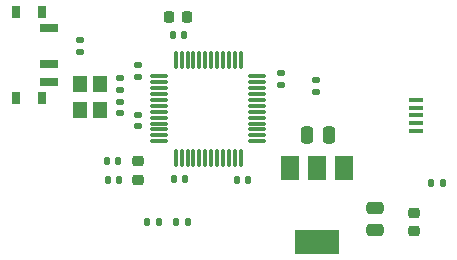
<source format=gbr>
%TF.GenerationSoftware,KiCad,Pcbnew,7.0.7*%
%TF.CreationDate,2025-08-05T19:35:54-07:00*%
%TF.ProjectId,stm32,73746d33-322e-46b6-9963-61645f706362,rev?*%
%TF.SameCoordinates,Original*%
%TF.FileFunction,Paste,Top*%
%TF.FilePolarity,Positive*%
%FSLAX46Y46*%
G04 Gerber Fmt 4.6, Leading zero omitted, Abs format (unit mm)*
G04 Created by KiCad (PCBNEW 7.0.7) date 2025-08-05 19:35:54*
%MOMM*%
%LPD*%
G01*
G04 APERTURE LIST*
G04 Aperture macros list*
%AMRoundRect*
0 Rectangle with rounded corners*
0 $1 Rounding radius*
0 $2 $3 $4 $5 $6 $7 $8 $9 X,Y pos of 4 corners*
0 Add a 4 corners polygon primitive as box body*
4,1,4,$2,$3,$4,$5,$6,$7,$8,$9,$2,$3,0*
0 Add four circle primitives for the rounded corners*
1,1,$1+$1,$2,$3*
1,1,$1+$1,$4,$5*
1,1,$1+$1,$6,$7*
1,1,$1+$1,$8,$9*
0 Add four rect primitives between the rounded corners*
20,1,$1+$1,$2,$3,$4,$5,0*
20,1,$1+$1,$4,$5,$6,$7,0*
20,1,$1+$1,$6,$7,$8,$9,0*
20,1,$1+$1,$8,$9,$2,$3,0*%
G04 Aperture macros list end*
%ADD10RoundRect,0.140000X0.170000X-0.140000X0.170000X0.140000X-0.170000X0.140000X-0.170000X-0.140000X0*%
%ADD11R,0.800000X1.000000*%
%ADD12R,1.500000X0.700000*%
%ADD13RoundRect,0.218750X-0.256250X0.218750X-0.256250X-0.218750X0.256250X-0.218750X0.256250X0.218750X0*%
%ADD14RoundRect,0.135000X0.185000X-0.135000X0.185000X0.135000X-0.185000X0.135000X-0.185000X-0.135000X0*%
%ADD15RoundRect,0.140000X0.140000X0.170000X-0.140000X0.170000X-0.140000X-0.170000X0.140000X-0.170000X0*%
%ADD16RoundRect,0.135000X-0.135000X-0.185000X0.135000X-0.185000X0.135000X0.185000X-0.135000X0.185000X0*%
%ADD17RoundRect,0.250000X0.475000X-0.250000X0.475000X0.250000X-0.475000X0.250000X-0.475000X-0.250000X0*%
%ADD18R,1.300000X0.450000*%
%ADD19R,1.200000X1.400000*%
%ADD20RoundRect,0.250000X-0.250000X-0.475000X0.250000X-0.475000X0.250000X0.475000X-0.250000X0.475000X0*%
%ADD21RoundRect,0.135000X-0.185000X0.135000X-0.185000X-0.135000X0.185000X-0.135000X0.185000X0.135000X0*%
%ADD22RoundRect,0.140000X-0.140000X-0.170000X0.140000X-0.170000X0.140000X0.170000X-0.140000X0.170000X0*%
%ADD23R,1.500000X2.000000*%
%ADD24R,3.800000X2.000000*%
%ADD25RoundRect,0.075000X-0.662500X-0.075000X0.662500X-0.075000X0.662500X0.075000X-0.662500X0.075000X0*%
%ADD26RoundRect,0.075000X-0.075000X-0.662500X0.075000X-0.662500X0.075000X0.662500X-0.075000X0.662500X0*%
%ADD27RoundRect,0.225000X-0.225000X-0.250000X0.225000X-0.250000X0.225000X0.250000X-0.225000X0.250000X0*%
%ADD28RoundRect,0.140000X-0.170000X0.140000X-0.170000X-0.140000X0.170000X-0.140000X0.170000X0.140000X0*%
%ADD29RoundRect,0.135000X0.135000X0.185000X-0.135000X0.185000X-0.135000X-0.185000X0.135000X-0.185000X0*%
G04 APERTURE END LIST*
D10*
%TO.C,C6*%
X132849885Y-72252916D03*
X132849885Y-71292916D03*
%TD*%
D11*
%TO.C,SW1*%
X124699000Y-62562828D03*
X122489000Y-62562828D03*
X124699000Y-69862828D03*
X122489000Y-69862828D03*
D12*
X125349000Y-63962828D03*
X125349000Y-66962828D03*
X125349000Y-68462828D03*
%TD*%
D13*
%TO.C,FB1*%
X132877746Y-75199521D03*
X132877746Y-76774521D03*
%TD*%
D14*
%TO.C,R1*%
X127927254Y-65993647D03*
X127927254Y-64973647D03*
%TD*%
D13*
%TO.C,D1*%
X156198816Y-79583644D03*
X156198816Y-81158644D03*
%TD*%
D15*
%TO.C,C7*%
X131177594Y-75199521D03*
X130217594Y-75199521D03*
%TD*%
%TO.C,C3*%
X142185459Y-76787139D03*
X141225459Y-76787139D03*
%TD*%
D16*
%TO.C,R5*%
X136066077Y-80341650D03*
X137086077Y-80341650D03*
%TD*%
D17*
%TO.C,C13*%
X152953255Y-81037210D03*
X152953255Y-79137210D03*
%TD*%
D10*
%TO.C,C11*%
X131342197Y-71132185D03*
X131342197Y-70172185D03*
%TD*%
D18*
%TO.C,J1*%
X156349000Y-72620000D03*
X156349000Y-71970000D03*
X156349000Y-71320000D03*
X156349000Y-70670000D03*
X156349000Y-70020000D03*
%TD*%
D10*
%TO.C,C4*%
X132851103Y-68047977D03*
X132851103Y-67087977D03*
%TD*%
D15*
%TO.C,C8*%
X131228295Y-76821960D03*
X130268295Y-76821960D03*
%TD*%
D19*
%TO.C,Y1*%
X127911267Y-68658724D03*
X127911267Y-70858724D03*
X129611267Y-70858724D03*
X129611267Y-68658724D03*
%TD*%
D16*
%TO.C,R3*%
X157680423Y-77035026D03*
X158700423Y-77035026D03*
%TD*%
D20*
%TO.C,C12*%
X147150527Y-72988634D03*
X149050527Y-72988634D03*
%TD*%
D21*
%TO.C,R2*%
X147901653Y-68350863D03*
X147901653Y-69370863D03*
%TD*%
D10*
%TO.C,C10*%
X131302302Y-69138724D03*
X131302302Y-68178724D03*
%TD*%
D22*
%TO.C,C1*%
X135811543Y-64516000D03*
X136771543Y-64516000D03*
%TD*%
%TO.C,C9*%
X135875126Y-76682020D03*
X136835126Y-76682020D03*
%TD*%
D23*
%TO.C,U2*%
X150277955Y-75746566D03*
X147977955Y-75746566D03*
D24*
X147977955Y-82046566D03*
D23*
X145677955Y-75746566D03*
%TD*%
D25*
%TO.C,U1*%
X134635079Y-68021882D03*
X134635079Y-68521882D03*
X134635079Y-69021882D03*
X134635079Y-69521882D03*
X134635079Y-70021882D03*
X134635079Y-70521882D03*
X134635079Y-71021882D03*
X134635079Y-71521882D03*
X134635079Y-72021882D03*
X134635079Y-72521882D03*
X134635079Y-73021882D03*
X134635079Y-73521882D03*
D26*
X136047579Y-74934382D03*
X136547579Y-74934382D03*
X137047579Y-74934382D03*
X137547579Y-74934382D03*
X138047579Y-74934382D03*
X138547579Y-74934382D03*
X139047579Y-74934382D03*
X139547579Y-74934382D03*
X140047579Y-74934382D03*
X140547579Y-74934382D03*
X141047579Y-74934382D03*
X141547579Y-74934382D03*
D25*
X142960079Y-73521882D03*
X142960079Y-73021882D03*
X142960079Y-72521882D03*
X142960079Y-72021882D03*
X142960079Y-71521882D03*
X142960079Y-71021882D03*
X142960079Y-70521882D03*
X142960079Y-70021882D03*
X142960079Y-69521882D03*
X142960079Y-69021882D03*
X142960079Y-68521882D03*
X142960079Y-68021882D03*
D26*
X141547579Y-66609382D03*
X141047579Y-66609382D03*
X140547579Y-66609382D03*
X140047579Y-66609382D03*
X139547579Y-66609382D03*
X139047579Y-66609382D03*
X138547579Y-66609382D03*
X138047579Y-66609382D03*
X137547579Y-66609382D03*
X137047579Y-66609382D03*
X136547579Y-66609382D03*
X136047579Y-66609382D03*
%TD*%
D27*
%TO.C,C5*%
X135469798Y-62992000D03*
X137019798Y-62992000D03*
%TD*%
D28*
%TO.C,C2*%
X144949262Y-67768144D03*
X144949262Y-68728144D03*
%TD*%
D29*
%TO.C,R4*%
X134658961Y-80353970D03*
X133638961Y-80353970D03*
%TD*%
M02*

</source>
